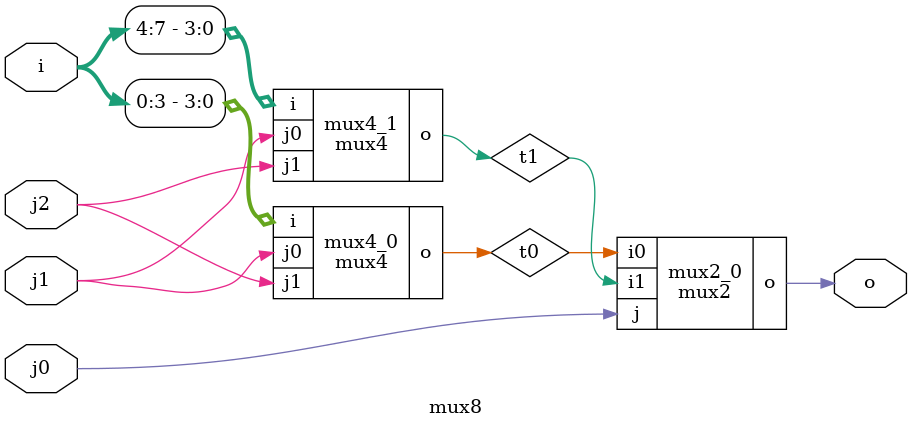
<source format=v>
module invert (input wire i, output wire o);
   assign o = !i;
endmodule

module and2 (input wire i0, i1, output wire o);
  assign o = i0 & i1;
endmodule

module or2 (input wire i0, i1, output wire o);
  assign o = i0 | i1;
endmodule

module xor2 (input wire i0, i1, output wire o);
  assign o = i0 ^ i1;
endmodule

module nand2 (input wire i0, i1, output wire o);
   wire t;
   and2 and2_0 (i0, i1, t);
   invert invert_0 (t, o);
endmodule

module nor2 (input wire i0, i1, output wire o);
   wire t;
   or2 or2_0 (i0, i1, t);
   invert invert_0 (t, o);
endmodule

module xnor2 (input wire i0, i1, output wire o);
   wire t;
   xor2 xor2_0 (i0, i1, t);
   invert invert_0 (t, o);
endmodule

module and3 (input wire i0, i1, i2, output wire o);
   wire t;
   and2 and2_0 (i0, i1, t);
   and2 and2_1 (i2, t, o);
endmodule

module or3 (input wire i0, i1, i2, output wire o);
   wire t;
   or2 or2_0 (i0, i1, t);
   or2 or2_1 (i2, t, o);
endmodule

module nor3 (input wire i0, i1, i2, output wire o);
   wire t;
   or2 or2_0 (i0, i1, t);
   nor2 nor2_0 (i2, t, o);
endmodule

module nand3 (input wire i0, i1, i2, output wire o);
   wire t;
   and2 and2_0 (i0, i1, t);
   nand2 nand2_1 (i2, t, o);
endmodule

module xor3 (input wire i0, i1, i2, output wire o);
   wire t;
   xor2 xor2_0 (i0, i1, t);
   xor2 xor2_1 (i2, t, o);
endmodule

module xnor3 (input wire i0, i1, i2, output wire o);
   wire t;
   xor2 xor2_0 (i0, i1, t);
   xnor2 xnor2_0 (i2, t, o);
endmodule

module mux2 (input wire i0, i1, j, output wire o);
  assign o = (j==0)?i0:i1;
endmodule

module mux4 (input wire [0:3] i, input wire j1, j0, output wire o);
  wire  t0, t1;
  mux2 mux2_0 (i[0], i[1], j1, t0);
  mux2 mux2_1 (i[2], i[3], j1, t1);
  mux2 mux2_2 (t0, t1, j0, o);
endmodule

module mux8 (input wire [0:7] i, input wire j2, j1, j0, output wire o);
  wire  t0, t1;
  mux4 mux4_0 (i[0:3], j2, j1, t0);
  mux4 mux4_1 (i[4:7], j2, j1, t1);
  mux2 mux2_0 (t0, t1, j0, o);
endmodule

</source>
